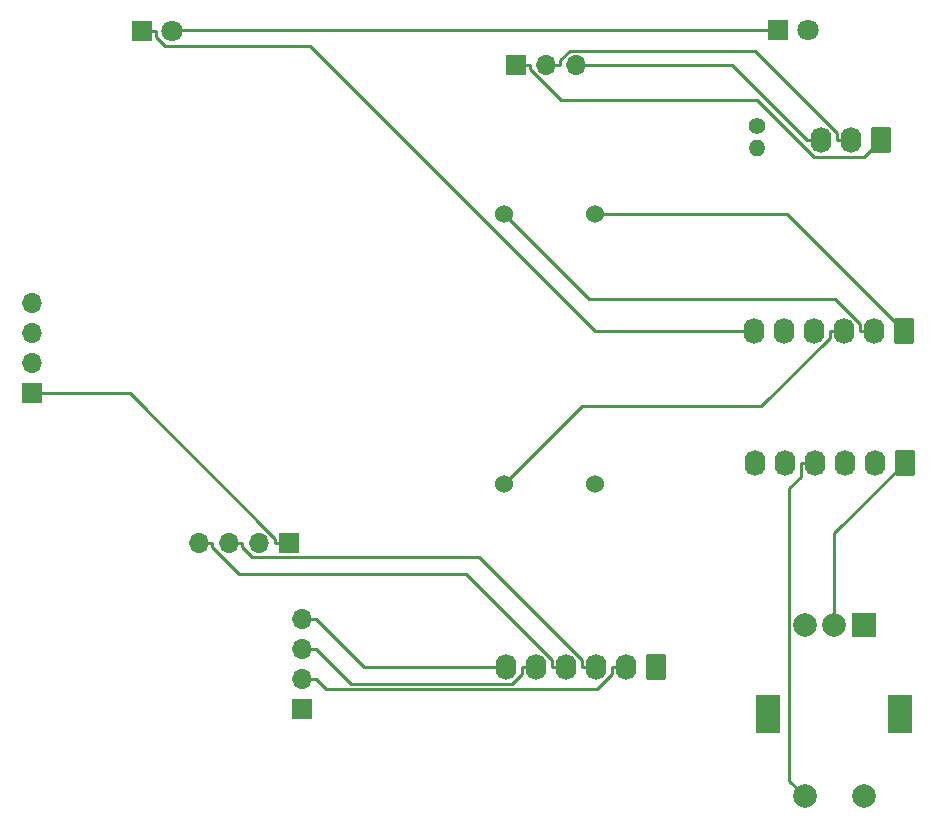
<source format=gbr>
%TF.GenerationSoftware,KiCad,Pcbnew,7.0.9*%
%TF.CreationDate,2023-11-25T09:18:02+10:00*%
%TF.ProjectId,Simmeters Large Guage Replacement,53696d6d-6574-4657-9273-204c61726765,rev?*%
%TF.SameCoordinates,Original*%
%TF.FileFunction,Copper,L2,Bot*%
%TF.FilePolarity,Positive*%
%FSLAX46Y46*%
G04 Gerber Fmt 4.6, Leading zero omitted, Abs format (unit mm)*
G04 Created by KiCad (PCBNEW 7.0.9) date 2023-11-25 09:18:02*
%MOMM*%
%LPD*%
G01*
G04 APERTURE LIST*
G04 Aperture macros list*
%AMRoundRect*
0 Rectangle with rounded corners*
0 $1 Rounding radius*
0 $2 $3 $4 $5 $6 $7 $8 $9 X,Y pos of 4 corners*
0 Add a 4 corners polygon primitive as box body*
4,1,4,$2,$3,$4,$5,$6,$7,$8,$9,$2,$3,0*
0 Add four circle primitives for the rounded corners*
1,1,$1+$1,$2,$3*
1,1,$1+$1,$4,$5*
1,1,$1+$1,$6,$7*
1,1,$1+$1,$8,$9*
0 Add four rect primitives between the rounded corners*
20,1,$1+$1,$2,$3,$4,$5,0*
20,1,$1+$1,$4,$5,$6,$7,0*
20,1,$1+$1,$6,$7,$8,$9,0*
20,1,$1+$1,$8,$9,$2,$3,0*%
G04 Aperture macros list end*
%TA.AperFunction,ComponentPad*%
%ADD10C,1.524000*%
%TD*%
%TA.AperFunction,ComponentPad*%
%ADD11R,1.700000X1.700000*%
%TD*%
%TA.AperFunction,ComponentPad*%
%ADD12O,1.700000X1.700000*%
%TD*%
%TA.AperFunction,ComponentPad*%
%ADD13R,2.000000X2.000000*%
%TD*%
%TA.AperFunction,ComponentPad*%
%ADD14C,2.000000*%
%TD*%
%TA.AperFunction,ComponentPad*%
%ADD15R,2.000000X3.200000*%
%TD*%
%TA.AperFunction,ComponentPad*%
%ADD16R,1.800000X1.800000*%
%TD*%
%TA.AperFunction,ComponentPad*%
%ADD17C,1.800000*%
%TD*%
%TA.AperFunction,ComponentPad*%
%ADD18O,1.400000X1.400000*%
%TD*%
%TA.AperFunction,ComponentPad*%
%ADD19C,1.400000*%
%TD*%
%TA.AperFunction,ComponentPad*%
%ADD20RoundRect,0.250000X0.620000X0.845000X-0.620000X0.845000X-0.620000X-0.845000X0.620000X-0.845000X0*%
%TD*%
%TA.AperFunction,ComponentPad*%
%ADD21O,1.740000X2.190000*%
%TD*%
%TA.AperFunction,Conductor*%
%ADD22C,0.250000*%
%TD*%
G04 APERTURE END LIST*
D10*
%TO.P,M1,1*%
%TO.N,/COIL1*%
X190245100Y-89269600D03*
%TO.P,M1,2,-*%
%TO.N,/COIL2*%
X182545100Y-89269600D03*
%TO.P,M1,3*%
%TO.N,/COIL3*%
X182545100Y-112119600D03*
%TO.P,M1,4*%
%TO.N,/COIL4*%
X190245100Y-112119600D03*
%TD*%
D11*
%TO.P,J4,1,Pin_1*%
%TO.N,+5V*%
X183610500Y-76604600D03*
D12*
%TO.P,J4,2,Pin_2*%
%TO.N,/ZERO_DETECT*%
X186150500Y-76604600D03*
%TO.P,J4,3,Pin_3*%
%TO.N,GND1*%
X188690500Y-76604600D03*
%TD*%
D13*
%TO.P,SW1,A,A*%
%TO.N,/ENCODER-A*%
X213015500Y-124054600D03*
D14*
%TO.P,SW1,B,B*%
%TO.N,/ENCODER B*%
X208015500Y-124054600D03*
%TO.P,SW1,C,C*%
%TO.N,/ENCORDER GND*%
X210515500Y-124054600D03*
D15*
%TO.P,SW1,MP*%
%TO.N,N/C*%
X216115500Y-131554600D03*
X204915500Y-131554600D03*
D14*
%TO.P,SW1,S1,S1*%
%TO.N,/ROW*%
X208015500Y-138554600D03*
%TO.P,SW1,S2,S2*%
%TO.N,/COL*%
X213015500Y-138554600D03*
%TD*%
D11*
%TO.P,DS3,1,Pin_1*%
%TO.N,GND*%
X165455500Y-131114600D03*
D12*
%TO.P,DS3,2,Pin_2*%
%TO.N,+3V3*%
X165455500Y-128574600D03*
%TO.P,DS3,3,Pin_3*%
%TO.N,/SC1*%
X165455500Y-126034600D03*
%TO.P,DS3,4,Pin_4*%
%TO.N,/SD1*%
X165455500Y-123494600D03*
%TD*%
D11*
%TO.P,DS2,1,Pin_1*%
%TO.N,GND*%
X164321500Y-117092600D03*
D12*
%TO.P,DS2,2,Pin_2*%
%TO.N,+3V3*%
X161781500Y-117092600D03*
%TO.P,DS2,3,Pin_3*%
%TO.N,/SC0*%
X159241500Y-117092600D03*
%TO.P,DS2,4,Pin_4*%
%TO.N,/SD0*%
X156701500Y-117092600D03*
%TD*%
D11*
%TO.P,DS1,1,Pin_1*%
%TO.N,GND*%
X142625500Y-104434600D03*
D12*
%TO.P,DS1,2,Pin_2*%
%TO.N,+3V3*%
X142625500Y-101894600D03*
%TO.P,DS1,3,Pin_3*%
%TO.N,/SC0*%
X142625500Y-99354600D03*
%TO.P,DS1,4,Pin_4*%
%TO.N,/SD0*%
X142625500Y-96814600D03*
%TD*%
D16*
%TO.P,D2,1,K*%
%TO.N,/BACKLIGHT_GND*%
X151875500Y-73774600D03*
D17*
%TO.P,D2,2,A*%
%TO.N,Net-(D1-K)*%
X154415500Y-73774600D03*
%TD*%
D16*
%TO.P,D1,1,K*%
%TO.N,Net-(D1-K)*%
X205723500Y-73658600D03*
D17*
%TO.P,D1,2,A*%
%TO.N,Net-(D1-A)*%
X208263500Y-73658600D03*
%TD*%
D18*
%TO.P,R1,2*%
%TO.N,Net-(D1-A)*%
X203995500Y-83674600D03*
D19*
%TO.P,R1,1*%
%TO.N,/BACKLIGHT_+12V*%
X203995500Y-81774600D03*
%TD*%
D20*
%TO.P,J1,1,Pin_1*%
%TO.N,GND*%
X195415500Y-127584600D03*
D21*
%TO.P,J1,2,Pin_2*%
%TO.N,+3V3*%
X192875500Y-127584600D03*
%TO.P,J1,3,Pin_3*%
%TO.N,/SC0*%
X190335500Y-127584600D03*
%TO.P,J1,4,Pin_4*%
%TO.N,/SD0*%
X187795500Y-127584600D03*
%TO.P,J1,5,Pin_5*%
%TO.N,/SC1*%
X185255500Y-127584600D03*
%TO.P,J1,6,Pin_6*%
%TO.N,/SD1*%
X182715500Y-127584600D03*
%TD*%
D20*
%TO.P,J2,1,Pin_1*%
%TO.N,/COIL1*%
X216405500Y-99124600D03*
D21*
%TO.P,J2,2,Pin_2*%
%TO.N,/COIL2*%
X213865500Y-99124600D03*
%TO.P,J2,3,Pin_3*%
%TO.N,/COIL3*%
X211325500Y-99124600D03*
%TO.P,J2,4,Pin_4*%
%TO.N,/COIL4*%
X208785500Y-99124600D03*
%TO.P,J2,5,Pin_5*%
%TO.N,/BACKLIGHT_+12V*%
X206245500Y-99124600D03*
%TO.P,J2,6,Pin_6*%
%TO.N,/BACKLIGHT_GND*%
X203705500Y-99124600D03*
%TD*%
D20*
%TO.P,J3,1,Pin_1*%
%TO.N,/ENCORDER GND*%
X216485500Y-110284600D03*
D21*
%TO.P,J3,2,Pin_2*%
%TO.N,/ENCODER-A*%
X213945500Y-110284600D03*
%TO.P,J3,3,Pin_3*%
%TO.N,/ENCODER B*%
X211405500Y-110284600D03*
%TO.P,J3,4,Pin_4*%
%TO.N,/ROW*%
X208865500Y-110284600D03*
%TO.P,J3,5,Pin_5*%
%TO.N,/COL*%
X206325500Y-110284600D03*
%TO.P,J3,6,Pin_6*%
%TO.N,unconnected-(J3-Pin_6-Pad6)*%
X203785500Y-110284600D03*
%TD*%
D20*
%TO.P,J5,1,Pin_1*%
%TO.N,+5V*%
X214455500Y-82954600D03*
D21*
%TO.P,J5,2,Pin_2*%
%TO.N,/ZERO_DETECT*%
X211915500Y-82954600D03*
%TO.P,J5,3,Pin_3*%
%TO.N,GND1*%
X209375500Y-82954600D03*
%TD*%
D22*
%TO.N,GND1*%
X201830200Y-76604600D02*
X188690500Y-76604600D01*
X208180200Y-82954600D02*
X201830200Y-76604600D01*
X209375500Y-82954600D02*
X208180200Y-82954600D01*
%TO.N,/ZERO_DETECT*%
X187325800Y-76237200D02*
X187325800Y-76604600D01*
X188133700Y-75429300D02*
X187325800Y-76237200D01*
X203792500Y-75429300D02*
X188133700Y-75429300D01*
X210720200Y-82357000D02*
X203792500Y-75429300D01*
X210720200Y-82954600D02*
X210720200Y-82357000D01*
X211915500Y-82954600D02*
X210720200Y-82954600D01*
X186150500Y-76604600D02*
X187325800Y-76604600D01*
%TO.N,+5V*%
X183610500Y-76604600D02*
X184785800Y-76604600D01*
X212998300Y-84411800D02*
X214455500Y-82954600D01*
X208767000Y-84411800D02*
X212998300Y-84411800D01*
X203941400Y-79586200D02*
X208767000Y-84411800D01*
X187400000Y-79586200D02*
X203941400Y-79586200D01*
X184785800Y-76972000D02*
X187400000Y-79586200D01*
X184785800Y-76604600D02*
X184785800Y-76972000D01*
%TO.N,/SD1*%
X165455500Y-123494600D02*
X166630800Y-123494600D01*
X170720800Y-127584600D02*
X166630800Y-123494600D01*
X182715500Y-127584600D02*
X170720800Y-127584600D01*
%TO.N,/SC1*%
X169601200Y-129005000D02*
X166630800Y-126034600D01*
X183237400Y-129005000D02*
X169601200Y-129005000D01*
X184060200Y-128182200D02*
X183237400Y-129005000D01*
X184060200Y-127584600D02*
X184060200Y-128182200D01*
X185255500Y-127584600D02*
X184060200Y-127584600D01*
X165455500Y-126034600D02*
X166630800Y-126034600D01*
%TO.N,/SD0*%
X157876800Y-117459900D02*
X157876800Y-117092600D01*
X160112900Y-119696000D02*
X157876800Y-117459900D01*
X179309200Y-119696000D02*
X160112900Y-119696000D01*
X186600200Y-126987000D02*
X179309200Y-119696000D01*
X186600200Y-127584600D02*
X186600200Y-126987000D01*
X187795500Y-127584600D02*
X186600200Y-127584600D01*
X156701500Y-117092600D02*
X157876800Y-117092600D01*
%TO.N,/SC0*%
X160416800Y-117460000D02*
X160416800Y-117092600D01*
X161224700Y-118267900D02*
X160416800Y-117460000D01*
X180421100Y-118267900D02*
X161224700Y-118267900D01*
X189140200Y-126987000D02*
X180421100Y-118267900D01*
X189140200Y-127584600D02*
X189140200Y-126987000D01*
X190335500Y-127584600D02*
X189140200Y-127584600D01*
X159241500Y-117092600D02*
X160416800Y-117092600D01*
%TO.N,+3V3*%
X192875500Y-127584600D02*
X191680200Y-127584600D01*
X165455500Y-128574600D02*
X166630800Y-128574600D01*
X167515300Y-129459100D02*
X166630800Y-128574600D01*
X190403300Y-129459100D02*
X167515300Y-129459100D01*
X191680200Y-128182200D02*
X190403300Y-129459100D01*
X191680200Y-127584600D02*
X191680200Y-128182200D01*
%TO.N,GND*%
X163146200Y-116725300D02*
X163146200Y-117092600D01*
X150855500Y-104434600D02*
X163146200Y-116725300D01*
X142625500Y-104434600D02*
X150855500Y-104434600D01*
X164321500Y-117092600D02*
X163146200Y-117092600D01*
%TO.N,/ROW*%
X206690100Y-137229200D02*
X208015500Y-138554600D01*
X206690100Y-112460000D02*
X206690100Y-137229200D01*
X207670200Y-111479900D02*
X206690100Y-112460000D01*
X207670200Y-110284600D02*
X207670200Y-111479900D01*
X208865500Y-110284600D02*
X207670200Y-110284600D01*
%TO.N,/ENCORDER GND*%
X210515500Y-116254600D02*
X210515500Y-124054600D01*
X216485500Y-110284600D02*
X210515500Y-116254600D01*
%TO.N,/BACKLIGHT_GND*%
X153100800Y-74234200D02*
X153100800Y-73774600D01*
X153866500Y-74999900D02*
X153100800Y-74234200D01*
X166152900Y-74999900D02*
X153866500Y-74999900D01*
X190277600Y-99124600D02*
X166152900Y-74999900D01*
X203705500Y-99124600D02*
X190277600Y-99124600D01*
X151875500Y-73774600D02*
X153100800Y-73774600D01*
%TO.N,Net-(D1-K)*%
X154531500Y-73658600D02*
X154415500Y-73774600D01*
X205723500Y-73658600D02*
X154531500Y-73658600D01*
%TO.N,/COIL3*%
X189158800Y-105505900D02*
X182545100Y-112119600D01*
X204346500Y-105505900D02*
X189158800Y-105505900D01*
X210130200Y-99722200D02*
X204346500Y-105505900D01*
X210130200Y-99124600D02*
X210130200Y-99722200D01*
X211325500Y-99124600D02*
X210130200Y-99124600D01*
%TO.N,/COIL1*%
X206550500Y-89269600D02*
X190245100Y-89269600D01*
X216405500Y-99124600D02*
X206550500Y-89269600D01*
%TO.N,/COIL2*%
X213865500Y-99124600D02*
X212670200Y-99124600D01*
X189740500Y-96465000D02*
X182545100Y-89269600D01*
X210608200Y-96465000D02*
X189740500Y-96465000D01*
X212670200Y-98527000D02*
X210608200Y-96465000D01*
X212670200Y-99124600D02*
X212670200Y-98527000D01*
%TD*%
M02*

</source>
